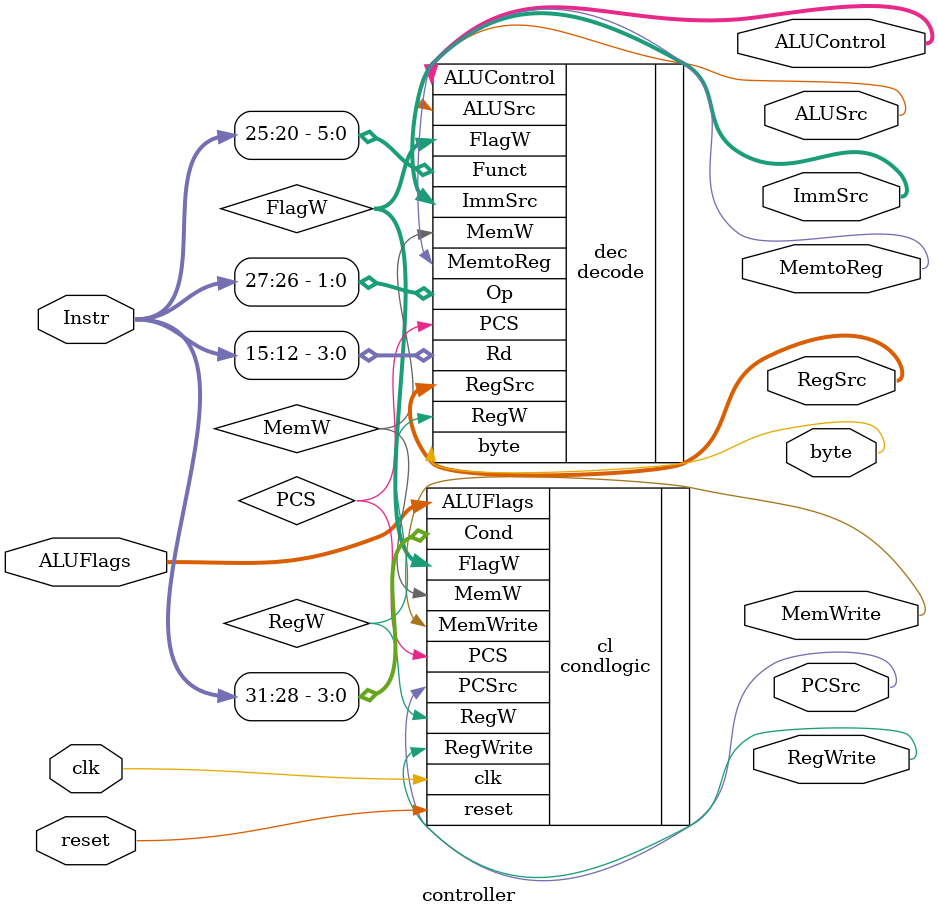
<source format=v>
module controller (
	clk,
	reset,
	Instr,
	ALUFlags,
	RegSrc,
	RegWrite,
	ImmSrc,
	ALUSrc,
	ALUControl,
	MemWrite,
	MemtoReg,
	PCSrc,
	byte
);
	input wire clk;
	input wire reset;
	input wire [31:12] Instr;
	input wire [3:0] ALUFlags;
	output wire [1:0] RegSrc;
	output wire RegWrite;
	output wire [1:0] ImmSrc;
	output wire ALUSrc;
	output wire [1:0] ALUControl;
	output wire MemWrite;
	output wire MemtoReg;
	output wire PCSrc;
	output wire byte;
	wire [1:0] FlagW;
	wire PCS;
	wire RegW;
	wire MemW;
	decode dec(
		.Op(Instr[27:26]),
		.Funct(Instr[25:20]),
		.Rd(Instr[15:12]),
		.FlagW(FlagW),
		.PCS(PCS),
		.RegW(RegW),
		.MemW(MemW),
		.MemtoReg(MemtoReg),
		.ALUSrc(ALUSrc),
		.ImmSrc(ImmSrc),
		.RegSrc(RegSrc),
		.ALUControl(ALUControl),
		.byte(byte)
	);
	//Se agrega el output para byte
	condlogic cl(
		.clk(clk),
		.reset(reset),
		.Cond(Instr[31:28]),
		.ALUFlags(ALUFlags),
		.FlagW(FlagW),
		.PCS(PCS),
		.RegW(RegW),
		.MemW(MemW),
		.PCSrc(PCSrc),
		.RegWrite(RegWrite),
		.MemWrite(MemWrite)
	);
endmodule
</source>
